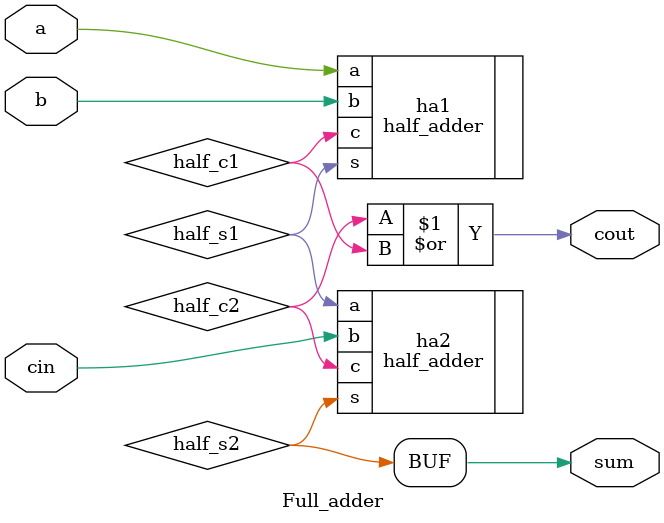
<source format=v>
`timescale 1ns / 1ps


module Full_adder(
                  input a,
                  input b,
                  input cin,
                  output cout,
                  output sum
                );
                
    wire half_s1, half_s2, half_c1, half_c2;
    
    half_adder ha1(
                   .a(a),
                   .b(b),
                   .s(half_s1),
                   .c(half_c1)
                  );
    half_adder ha2(
                   .a(half_s1),
                   .b(cin),
                   .s(half_s2),
                   .c(half_c2)
                  );
    
    assign sum = half_s2;
    assign cout = half_c2 | half_c1;
    
endmodule

</source>
